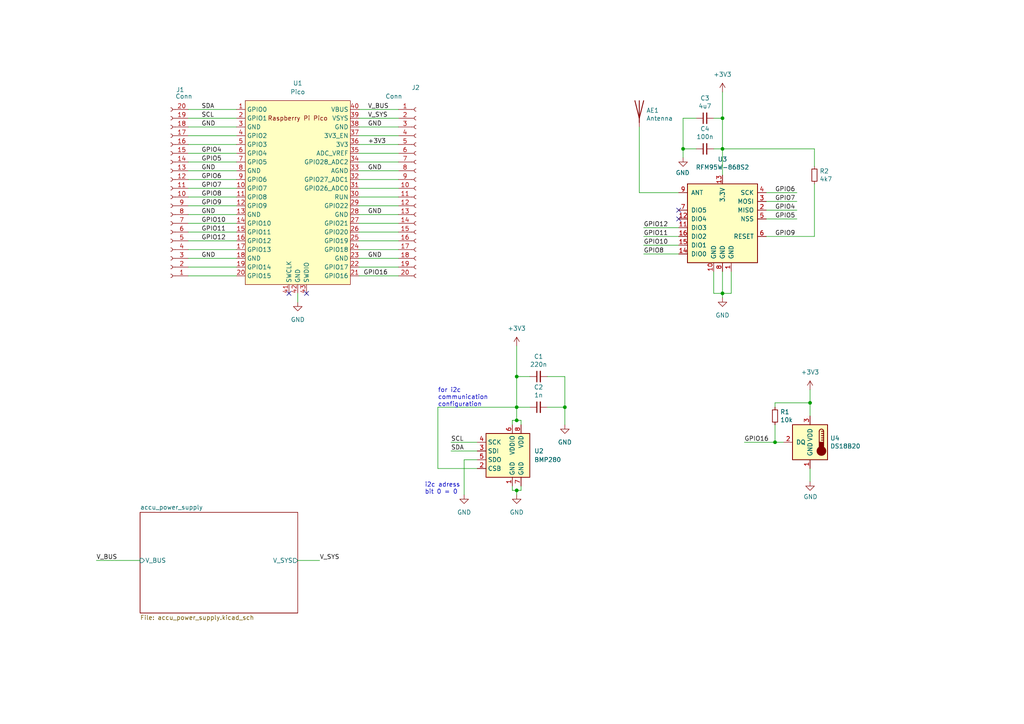
<source format=kicad_sch>
(kicad_sch (version 20211123) (generator eeschema)
  (paper "A4")
  (title_block (title "Raspberry Pi Pico LoRa Node") (date "2022-01-25") (rev "1.1") (company "Cherrytree") (comment 1 "Frank Kirschbaum, Hohenheimer Straße 71A, 70184 Stuttgart") (comment 4 "main sheet"))
  (lib_symbols
    (symbol "Connector:Conn_01x20_Female" (pin_names (offset 1.016) hide)
      (property "Reference" "J" (at 0 25.4 0))
      (property "Value" "Conn_01x20_Female" (at 0 -27.94 0))
      (symbol "Conn_01x20_Female_1_1"
        (arc (start 0 -24.892) (mid -0.508 -25.4) (end 0 -25.908) (stroke (width 0.1524)))
        (arc (start 0 -22.352) (mid -0.508 -22.86) (end 0 -23.368) (stroke (width 0.1524)))
        (arc (start 0 -19.812) (mid -0.508 -20.32) (end 0 -20.828) (stroke (width 0.1524)))
        (arc (start 0 -17.272) (mid -0.508 -17.78) (end 0 -18.288) (stroke (width 0.1524)))
        (arc (start 0 -14.732) (mid -0.508 -15.24) (end 0 -15.748) (stroke (width 0.1524)))
        (arc (start 0 -12.192) (mid -0.508 -12.7) (end 0 -13.208) (stroke (width 0.1524)))
        (arc (start 0 -9.652) (mid -0.508 -10.16) (end 0 -10.668) (stroke (width 0.1524)))
        (arc (start 0 -7.112) (mid -0.508 -7.62) (end 0 -8.128) (stroke (width 0.1524)))
        (arc (start 0 -4.572) (mid -0.508 -5.08) (end 0 -5.588) (stroke (width 0.1524)))
        (arc (start 0 -2.032) (mid -0.508 -2.54) (end 0 -3.048) (stroke (width 0.1524)))
        (polyline (pts (xy -1.27 -25.4) (xy -0.508 -25.4)) (stroke (width 0.1524)))
        (polyline (pts (xy -1.27 -22.86) (xy -0.508 -22.86)) (stroke (width 0.1524)))
        (polyline (pts (xy -1.27 -20.32) (xy -0.508 -20.32)) (stroke (width 0.1524)))
        (polyline (pts (xy -1.27 -17.78) (xy -0.508 -17.78)) (stroke (width 0.1524)))
        (polyline (pts (xy -1.27 -15.24) (xy -0.508 -15.24)) (stroke (width 0.1524)))
        (polyline (pts (xy -1.27 -12.7) (xy -0.508 -12.7)) (stroke (width 0.1524)))
        (polyline (pts (xy -1.27 -10.16) (xy -0.508 -10.16)) (stroke (width 0.1524)))
        (polyline (pts (xy -1.27 -7.62) (xy -0.508 -7.62)) (stroke (width 0.1524)))
        (polyline (pts (xy -1.27 -5.08) (xy -0.508 -5.08)) (stroke (width 0.1524)))
        (polyline (pts (xy -1.27 -2.54) (xy -0.508 -2.54)) (stroke (width 0.1524)))
        (polyline (pts (xy -1.27 0) (xy -0.508 0)) (stroke (width 0.1524)))
        (polyline (pts (xy -1.27 2.54) (xy -0.508 2.54)) (stroke (width 0.1524)))
        (polyline (pts (xy -1.27 5.08) (xy -0.508 5.08)) (stroke (width 0.1524)))
        (polyline (pts (xy -1.27 7.62) (xy -0.508 7.62)) (stroke (width 0.1524)))
        (polyline (pts (xy -1.27 10.16) (xy -0.508 10.16)) (stroke (width 0.1524)))
        (polyline (pts (xy -1.27 12.7) (xy -0.508 12.7)) (stroke (width 0.1524)))
        (polyline (pts (xy -1.27 15.24) (xy -0.508 15.24)) (stroke (width 0.1524)))
        (polyline (pts (xy -1.27 17.78) (xy -0.508 17.78)) (stroke (width 0.1524)))
        (polyline (pts (xy -1.27 20.32) (xy -0.508 20.32)) (stroke (width 0.1524)))
        (polyline (pts (xy -1.27 22.86) (xy -0.508 22.86)) (stroke (width 0.1524)))
        (arc (start 0 0.508) (mid -0.508 0) (end 0 -0.508) (stroke (width 0.1524)))
        (arc (start 0 3.048) (mid -0.508 2.54) (end 0 2.032) (stroke (width 0.1524)))
        (arc (start 0 5.588) (mid -0.508 5.08) (end 0 4.572) (stroke (width 0.1524)))
        (arc (start 0 8.128) (mid -0.508 7.62) (end 0 7.112) (stroke (width 0.1524)))
        (arc (start 0 10.668) (mid -0.508 10.16) (end 0 9.652) (stroke (width 0.1524)))
        (arc (start 0 13.208) (mid -0.508 12.7) (end 0 12.192) (stroke (width 0.1524)))
        (arc (start 0 15.748) (mid -0.508 15.24) (end 0 14.732) (stroke (width 0.1524)))
        (arc (start 0 18.288) (mid -0.508 17.78) (end 0 17.272) (stroke (width 0.1524)))
        (arc (start 0 20.828) (mid -0.508 20.32) (end 0 19.812) (stroke (width 0.1524)))
        (arc (start 0 23.368) (mid -0.508 22.86) (end 0 22.352) (stroke (width 0.1524)))
        (pin passive line (at -5.08 22.86 0) (length 3.81) (name "Pin_1") (number "1"))
        (pin passive line (at -5.08 0 0) (length 3.81) (name "Pin_10") (number "10"))
        (pin passive line (at -5.08 -2.54 0) (length 3.81) (name "Pin_11") (number "11"))
        (pin passive line (at -5.08 -5.08 0) (length 3.81) (name "Pin_12") (number "12"))
        (pin passive line (at -5.08 -7.62 0) (length 3.81) (name "Pin_13") (number "13"))
        (pin passive line (at -5.08 -10.16 0) (length 3.81) (name "Pin_14") (number "14"))
        (pin passive line (at -5.08 -12.7 0) (length 3.81) (name "Pin_15") (number "15"))
        (pin passive line (at -5.08 -15.24 0) (length 3.81) (name "Pin_16") (number "16"))
        (pin passive line (at -5.08 -17.78 0) (length 3.81) (name "Pin_17") (number "17"))
        (pin passive line (at -5.08 -20.32 0) (length 3.81) (name "Pin_18") (number "18"))
        (pin passive line (at -5.08 -22.86 0) (length 3.81) (name "Pin_19") (number "19"))
        (pin passive line (at -5.08 20.32 0) (length 3.81) (name "Pin_2") (number "2"))
        (pin passive line (at -5.08 -25.4 0) (length 3.81) (name "Pin_20") (number "20"))
        (pin passive line (at -5.08 17.78 0) (length 3.81) (name "Pin_3") (number "3"))
        (pin passive line (at -5.08 15.24 0) (length 3.81) (name "Pin_4") (number "4"))
        (pin passive line (at -5.08 12.7 0) (length 3.81) (name "Pin_5") (number "5"))
        (pin passive line (at -5.08 10.16 0) (length 3.81) (name "Pin_6") (number "6"))
        (pin passive line (at -5.08 7.62 0) (length 3.81) (name "Pin_7") (number "7"))
        (pin passive line (at -5.08 5.08 0) (length 3.81) (name "Pin_8") (number "8"))
        (pin passive line (at -5.08 2.54 0) (length 3.81) (name "Pin_9") (number "9"))
      )
    )
    (symbol "Device:Antenna" (pin_numbers hide) (pin_names (offset 1.016) hide)
      (property "Reference" "AE" (at -1.905 1.905 0))
      (property "Value" "Antenna" (at -1.905 0 0))
      (symbol "Antenna_0_1"
        (polyline (pts (xy 0 2.54) (xy 0 -3.81)) (stroke (width 0.254)))
        (polyline (pts (xy 1.27 2.54) (xy 0 -2.54) (xy -1.27 2.54)) (stroke (width 0.254)))
      )
      (symbol "Antenna_1_1"
        (pin input line (at 0 -5.08 90) (length 2.54) (name "A") (number "1"))
      )
    )
    (symbol "Device:C_Small" (pin_numbers hide) (pin_names (offset 0.254) hide)
      (property "Reference" "C" (at 0.254 1.778 0))
      (property "Value" "C_Small" (at 0.254 -2.032 0))
      (symbol "C_Small_0_1"
        (polyline (pts (xy -1.524 -0.508) (xy 1.524 -0.508)) (stroke (width 0.3302)))
        (polyline (pts (xy -1.524 0.508) (xy 1.524 0.508)) (stroke (width 0.3048)))
      )
      (symbol "C_Small_1_1"
        (pin passive line (at 0 2.54 270) (length 2.032) (name "~") (number "1"))
        (pin passive line (at 0 -2.54 90) (length 2.032) (name "~") (number "2"))
      )
    )
    (symbol "Device:R_Small" (pin_numbers hide) (pin_names (offset 0.254) hide)
      (property "Reference" "R" (at 0.762 0.508 0))
      (property "Value" "R_Small" (at 0.762 -1.016 0))
      (symbol "R_Small_0_1"
        (rectangle (start -0.762 1.778) (end 0.762 -1.778) (stroke (width 0.2032)))
      )
      (symbol "R_Small_1_1"
        (pin passive line (at 0 2.54 270) (length 0.762) (name "~") (number "1"))
        (pin passive line (at 0 -2.54 90) (length 0.762) (name "~") (number "2"))
      )
    )
    (symbol "MCU_RaspberryPi_and_Boards:Pico"
      (property "Reference" "U1" (at 0 31.75 0))
      (property "Value" "Pico" (at 0 29.21 0))
      (symbol "Pico_0_0"
        (text "Raspberry Pi Pico" (at 0 21.59 0) (effects (font (size 1.27 1.27))))
      )
      (symbol "Pico_0_1"
        (rectangle (start -15.24 26.67) (end 15.24 -26.67) (fill (type background)))
      )
      (symbol "Pico_1_1"
        (pin bidirectional line (at -17.78 24.13 0) (length 2.54) (name "GPIO0") (number "1"))
        (pin bidirectional line (at -17.78 1.27 0) (length 2.54) (name "GPIO7") (number "10"))
        (pin bidirectional line (at -17.78 -1.27 0) (length 2.54) (name "GPIO8") (number "11"))
        (pin bidirectional line (at -17.78 -3.81 0) (length 2.54) (name "GPIO9") (number "12"))
        (pin power_in line (at -17.78 -6.35 0) (length 2.54) (name "GND") (number "13"))
        (pin bidirectional line (at -17.78 -8.89 0) (length 2.54) (name "GPIO10") (number "14"))
        (pin bidirectional line (at -17.78 -11.43 0) (length 2.54) (name "GPIO11") (number "15"))
        (pin bidirectional line (at -17.78 -13.97 0) (length 2.54) (name "GPIO12") (number "16"))
        (pin bidirectional line (at -17.78 -16.51 0) (length 2.54) (name "GPIO13") (number "17"))
        (pin power_in line (at -17.78 -19.05 0) (length 2.54) (name "GND") (number "18"))
        (pin bidirectional line (at -17.78 -21.59 0) (length 2.54) (name "GPIO14") (number "19"))
        (pin bidirectional line (at -17.78 21.59 0) (length 2.54) (name "GPIO1") (number "2"))
        (pin bidirectional line (at -17.78 -24.13 0) (length 2.54) (name "GPIO15") (number "20"))
        (pin bidirectional line (at 17.78 -24.13 180) (length 2.54) (name "GPIO16") (number "21"))
        (pin bidirectional line (at 17.78 -21.59 180) (length 2.54) (name "GPIO17") (number "22"))
        (pin power_in line (at 17.78 -19.05 180) (length 2.54) (name "GND") (number "23"))
        (pin bidirectional line (at 17.78 -16.51 180) (length 2.54) (name "GPIO18") (number "24"))
        (pin bidirectional line (at 17.78 -13.97 180) (length 2.54) (name "GPIO19") (number "25"))
        (pin bidirectional line (at 17.78 -11.43 180) (length 2.54) (name "GPIO20") (number "26"))
        (pin bidirectional line (at 17.78 -8.89 180) (length 2.54) (name "GPIO21") (number "27"))
        (pin power_in line (at 17.78 -6.35 180) (length 2.54) (name "GND") (number "28"))
        (pin bidirectional line (at 17.78 -3.81 180) (length 2.54) (name "GPIO22") (number "29"))
        (pin power_in line (at -17.78 19.05 0) (length 2.54) (name "GND") (number "3"))
        (pin input line (at 17.78 -1.27 180) (length 2.54) (name "RUN") (number "30"))
        (pin bidirectional line (at 17.78 1.27 180) (length 2.54) (name "GPIO26_ADC0") (number "31"))
        (pin bidirectional line (at 17.78 3.81 180) (length 2.54) (name "GPIO27_ADC1") (number "32"))
        (pin power_in line (at 17.78 6.35 180) (length 2.54) (name "AGND") (number "33"))
        (pin bidirectional line (at 17.78 8.89 180) (length 2.54) (name "GPIO28_ADC2") (number "34"))
        (pin power_in line (at 17.78 11.43 180) (length 2.54) (name "ADC_VREF") (number "35"))
        (pin power_out line (at 17.78 13.97 180) (length 2.54) (name "3V3") (number "36"))
        (pin input line (at 17.78 16.51 180) (length 2.54) (name "3V3_EN") (number "37"))
        (pin power_in line (at 17.78 19.05 180) (length 2.54) (name "GND") (number "38"))
        (pin power_in line (at 17.78 21.59 180) (length 2.54) (name "VSYS") (number "39"))
        (pin bidirectional line (at -17.78 16.51 0) (length 2.54) (name "GPIO2") (number "4"))
        (pin power_in line (at 17.78 24.13 180) (length 2.54) (name "VBUS") (number "40"))
        (pin input line (at -2.54 -29.21 90) (length 2.54) (name "SWCLK") (number "41"))
        (pin power_in line (at 0 -29.21 90) (length 2.54) (name "GND") (number "42"))
        (pin bidirectional line (at 2.54 -29.21 90) (length 2.54) (name "SWDIO") (number "43"))
        (pin bidirectional line (at -17.78 13.97 0) (length 2.54) (name "GPIO3") (number "5"))
        (pin bidirectional line (at -17.78 11.43 0) (length 2.54) (name "GPIO4") (number "6"))
        (pin bidirectional line (at -17.78 8.89 0) (length 2.54) (name "GPIO5") (number "7"))
        (pin power_in line (at -17.78 6.35 0) (length 2.54) (name "GND") (number "8"))
        (pin bidirectional line (at -17.78 3.81 0) (length 2.54) (name "GPIO6") (number "9"))
      )
    )
    (symbol "RF_Module:RFM95W-868S2" (pin_names (offset 1.016))
      (property "Reference" "U" (at -10.414 11.684 0))
      (property "Value" "RFM95W-868S2" (at 1.524 11.43 0))
      (symbol "RFM95W-868S2_0_1"
        (rectangle (start -10.16 10.16) (end 10.16 -12.7) (stroke (width 0.254)) (fill (type background)))
      )
      (symbol "RFM95W-868S2_1_1"
        (pin power_in line (at -2.54 -15.24 90) (length 2.54) (name "GND") (number "1"))
        (pin power_in line (at 2.54 -15.24 90) (length 2.54) (name "GND") (number "10"))
        (pin bidirectional line (at 12.7 -2.54 180) (length 2.54) (name "DIO3") (number "11"))
        (pin bidirectional line (at 12.7 0 180) (length 2.54) (name "DIO4") (number "12"))
        (pin power_in line (at 0 12.7 270) (length 2.54) (name "3.3V") (number "13"))
        (pin bidirectional line (at 12.7 -10.16 180) (length 2.54) (name "DIO0") (number "14"))
        (pin bidirectional line (at 12.7 -7.62 180) (length 2.54) (name "DIO1") (number "15"))
        (pin bidirectional line (at 12.7 -5.08 180) (length 2.54) (name "DIO2") (number "16"))
        (pin output line (at -12.7 2.54 0) (length 2.54) (name "MISO") (number "2"))
        (pin input line (at -12.7 5.08 0) (length 2.54) (name "MOSI") (number "3"))
        (pin input line (at -12.7 7.62 0) (length 2.54) (name "SCK") (number "4"))
        (pin input line (at -12.7 0 0) (length 2.54) (name "NSS") (number "5"))
        (pin bidirectional line (at -12.7 -5.08 0) (length 2.54) (name "RESET") (number "6"))
        (pin bidirectional line (at 12.7 2.54 180) (length 2.54) (name "DIO5") (number "7"))
        (pin power_in line (at 0 -15.24 90) (length 2.54) (name "GND") (number "8"))
        (pin bidirectional line (at 12.7 7.62 180) (length 2.54) (name "ANT") (number "9"))
      )
    )
    (symbol "Sensor_Pressure:BMP280"
      (property "Reference" "U" (at -7.62 10.16 0))
      (property "Value" "BMP280" (at 5.08 10.16 0))
      (symbol "BMP280_0_1"
        (rectangle (start -7.62 -5.08) (end 5.08 7.62) (stroke (width 0.254)) (fill (type background)))
      )
      (symbol "BMP280_1_1"
        (pin power_in line (at 0 -7.62 90) (length 2.54) (name "GND") (number "1"))
        (pin input line (at -10.16 -2.54 0) (length 2.54) (name "CSB") (number "2"))
        (pin bidirectional line (at -10.16 2.54 0) (length 2.54) (name "SDI") (number "3"))
        (pin input line (at -10.16 5.08 0) (length 2.54) (name "SCK") (number "4"))
        (pin bidirectional line (at -10.16 0 0) (length 2.54) (name "SDO") (number "5"))
        (pin power_in line (at 0 10.16 270) (length 2.54) (name "VDDIO") (number "6"))
        (pin power_in line (at 2.54 -7.62 90) (length 2.54) (name "GND") (number "7"))
        (pin power_in line (at 2.54 10.16 270) (length 2.54) (name "VDD") (number "8"))
      )
    )
    (symbol "Sensor_Temperature:DS18B20" (pin_names (offset 1.016))
      (property "Reference" "U" (at -3.81 6.35 0))
      (property "Value" "DS18B20" (at 6.35 6.35 0))
      (symbol "DS18B20_0_1"
        (rectangle (start -5.08 5.08) (end 5.08 -5.08) (stroke (width 0.254)) (fill (type background)))
        (circle (center -3.302 -2.54) (radius 1.27) (stroke (width 0.254)) (fill (type outline)))
        (rectangle (start -2.667 -1.905) (end -3.937 0) (stroke (width 0.254)) (fill (type outline)))
        (arc (start -2.667 3.175) (mid -3.302 3.81) (end -3.937 3.175) (stroke (width 0.254)))
        (polyline (pts (xy -3.937 0.635) (xy -3.302 0.635)) (stroke (width 0.254)))
        (polyline (pts (xy -3.937 1.27) (xy -3.302 1.27)) (stroke (width 0.254)))
        (polyline (pts (xy -3.937 1.905) (xy -3.302 1.905)) (stroke (width 0.254)))
        (polyline (pts (xy -3.937 2.54) (xy -3.302 2.54)) (stroke (width 0.254)))
        (polyline (pts (xy -3.937 3.175) (xy -3.937 0)) (stroke (width 0.254)))
        (polyline (pts (xy -3.937 3.175) (xy -3.302 3.175)) (stroke (width 0.254)))
        (polyline (pts (xy -2.667 3.175) (xy -2.667 0)) (stroke (width 0.254)))
      )
      (symbol "DS18B20_1_1"
        (pin power_in line (at 0 -7.62 90) (length 2.54) (name "GND") (number "1"))
        (pin bidirectional line (at 7.62 0 180) (length 2.54) (name "DQ") (number "2"))
        (pin power_in line (at 0 7.62 270) (length 2.54) (name "VDD") (number "3"))
      )
    )
    (symbol "power:+3V3" (power) (pin_names (offset 0))
      (property "Value" "+3V3" (at 0 3.556 0))
      (symbol "+3V3_0_1"
        (polyline (pts (xy -0.762 1.27) (xy 0 2.54)))
        (polyline (pts (xy 0 0) (xy 0 2.54)))
        (polyline (pts (xy 0 2.54) (xy 0.762 1.27)))
      )
      (symbol "+3V3_1_1"
        (pin power_in line (at 0 0 90) (length 0) hide (name "+3V3") (number "1"))
      )
    )
    (symbol "power:GND" (power) (pin_names (offset 0))
      (property "Value" "GND" (at 0 -3.81 0))
      (symbol "GND_0_1"
        (polyline (pts (xy 0 0) (xy 0 -1.27) (xy 1.27 -1.27) (xy 0 -2.54) (xy -1.27 -1.27) (xy 0 -1.27)))
      )
      (symbol "GND_1_1"
        (pin power_in line (at 0 0 270) (length 0) hide (name "GND") (number "1"))
      )
    )
  )
  (junction (at 149.86 142.24))
  (junction (at 234.95 116.84))
  (junction (at 149.86 121.92))
  (junction (at 209.55 85.09))
  (junction (at 149.86 118.11))
  (junction (at 198.12 43.18))
  (junction (at 209.55 34.29))
  (junction (at 224.79 128.27))
  (junction (at 149.86 109.22))
  (junction (at 209.55 43.18))
  (junction (at 163.83 118.11))
  (no_connect (at 196.85 60.96))
  (no_connect (at 196.85 63.5))
  (no_connect (at 88.9 85.09))
  (no_connect (at 83.82 85.09))
  (wire (pts (xy 222.25 58.42) (xy 231.14 58.42)))
  (wire (pts (xy 134.62 133.35) (xy 138.43 133.35)))
  (wire (pts (xy 196.85 71.12) (xy 186.69 71.12)))
  (wire (pts (xy 104.14 64.77) (xy 115.57 64.77)))
  (wire (pts (xy 54.61 59.69) (xy 68.58 59.69)))
  (wire (pts (xy 104.14 62.23) (xy 115.57 62.23)))
  (wire (pts (xy 148.59 140.97) (xy 148.59 142.24)))
  (wire (pts (xy 236.22 43.18) (xy 236.22 48.26)))
  (wire (pts (xy 149.86 142.24) (xy 151.13 142.24)))
  (wire (pts (xy 54.61 72.39) (xy 68.58 72.39)))
  (wire (pts (xy 104.14 59.69) (xy 115.57 59.69)))
  (wire (pts (xy 224.79 123.19) (xy 224.79 128.27)))
  (wire (pts (xy 104.14 77.47) (xy 115.57 77.47)))
  (wire (pts (xy 104.14 69.85) (xy 115.57 69.85)))
  (wire (pts (xy 198.12 34.29) (xy 198.12 43.18)))
  (wire (pts (xy 222.25 68.58) (xy 236.22 68.58)))
  (wire (pts (xy 148.59 121.92) (xy 149.86 121.92)))
  (wire (pts (xy 104.14 52.07) (xy 115.57 52.07)))
  (wire (pts (xy 104.14 46.99) (xy 115.57 46.99)))
  (wire (pts (xy 222.25 63.5) (xy 231.14 63.5)))
  (wire (pts (xy 54.61 80.01) (xy 68.58 80.01)))
  (wire (pts (xy 104.14 41.91) (xy 115.57 41.91)))
  (wire (pts (xy 224.79 118.11) (xy 224.79 116.84)))
  (wire (pts (xy 149.86 109.22) (xy 153.67 109.22)))
  (wire (pts (xy 104.14 72.39) (xy 115.57 72.39)))
  (wire (pts (xy 127 118.11) (xy 127 135.89)))
  (wire (pts (xy 54.61 74.93) (xy 68.58 74.93)))
  (wire (pts (xy 134.62 133.35) (xy 134.62 143.51)))
  (wire (pts (xy 54.61 54.61) (xy 68.58 54.61)))
  (wire (pts (xy 209.55 34.29) (xy 209.55 43.18)))
  (wire (pts (xy 104.14 54.61) (xy 115.57 54.61)))
  (wire (pts (xy 207.01 85.09) (xy 209.55 85.09)))
  (wire (pts (xy 149.86 118.11) (xy 149.86 121.92)))
  (wire (pts (xy 196.85 68.58) (xy 186.69 68.58)))
  (wire (pts (xy 151.13 140.97) (xy 151.13 142.24)))
  (wire (pts (xy 54.61 44.45) (xy 68.58 44.45)))
  (wire (pts (xy 54.61 36.83) (xy 68.58 36.83)))
  (wire (pts (xy 201.93 43.18) (xy 198.12 43.18)))
  (wire (pts (xy 104.14 67.31) (xy 115.57 67.31)))
  (wire (pts (xy 104.14 34.29) (xy 115.57 34.29)))
  (wire (pts (xy 54.61 39.37) (xy 68.58 39.37)))
  (wire (pts (xy 104.14 36.83) (xy 115.57 36.83)))
  (wire (pts (xy 104.14 57.15) (xy 115.57 57.15)))
  (wire (pts (xy 163.83 109.22) (xy 163.83 118.11)))
  (wire (pts (xy 149.86 142.24) (xy 149.86 143.51)))
  (wire (pts (xy 209.55 26.67) (xy 209.55 34.29)))
  (wire (pts (xy 130.81 128.27) (xy 138.43 128.27)))
  (wire (pts (xy 104.14 31.75) (xy 115.57 31.75)))
  (wire (pts (xy 54.61 62.23) (xy 68.58 62.23)))
  (wire (pts (xy 54.61 31.75) (xy 68.58 31.75)))
  (wire (pts (xy 201.93 34.29) (xy 198.12 34.29)))
  (wire (pts (xy 54.61 77.47) (xy 68.58 77.47)))
  (wire (pts (xy 54.61 46.99) (xy 68.58 46.99)))
  (wire (pts (xy 224.79 116.84) (xy 234.95 116.84)))
  (wire (pts (xy 149.86 121.92) (xy 151.13 121.92)))
  (wire (pts (xy 234.95 113.03) (xy 234.95 116.84)))
  (wire (pts (xy 54.61 67.31) (xy 68.58 67.31)))
  (wire (pts (xy 207.01 43.18) (xy 209.55 43.18)))
  (wire (pts (xy 234.95 135.89) (xy 234.95 139.7)))
  (wire (pts (xy 224.79 128.27) (xy 227.33 128.27)))
  (wire (pts (xy 149.86 109.22) (xy 149.86 118.11)))
  (wire (pts (xy 198.12 43.18) (xy 198.12 45.72)))
  (wire (pts (xy 196.85 55.88) (xy 185.42 55.88)))
  (wire (pts (xy 222.25 55.88) (xy 231.14 55.88)))
  (wire (pts (xy 158.75 118.11) (xy 163.83 118.11)))
  (wire (pts (xy 27.94 162.56) (xy 40.64 162.56)))
  (wire (pts (xy 130.81 130.81) (xy 138.43 130.81)))
  (wire (pts (xy 209.55 43.18) (xy 236.22 43.18)))
  (wire (pts (xy 209.55 85.09) (xy 212.09 85.09)))
  (wire (pts (xy 104.14 49.53) (xy 115.57 49.53)))
  (wire (pts (xy 54.61 69.85) (xy 68.58 69.85)))
  (wire (pts (xy 209.55 85.09) (xy 209.55 86.36)))
  (wire (pts (xy 207.01 78.74) (xy 207.01 85.09)))
  (wire (pts (xy 207.01 34.29) (xy 209.55 34.29)))
  (wire (pts (xy 54.61 64.77) (xy 68.58 64.77)))
  (wire (pts (xy 104.14 39.37) (xy 115.57 39.37)))
  (wire (pts (xy 148.59 142.24) (xy 149.86 142.24)))
  (wire (pts (xy 54.61 41.91) (xy 68.58 41.91)))
  (wire (pts (xy 209.55 78.74) (xy 209.55 85.09)))
  (wire (pts (xy 149.86 118.11) (xy 153.67 118.11)))
  (wire (pts (xy 54.61 52.07) (xy 68.58 52.07)))
  (wire (pts (xy 104.14 44.45) (xy 115.57 44.45)))
  (wire (pts (xy 151.13 121.92) (xy 151.13 123.19)))
  (wire (pts (xy 86.36 162.56) (xy 92.71 162.56)))
  (wire (pts (xy 86.36 85.09) (xy 86.36 87.63)))
  (wire (pts (xy 186.69 73.66) (xy 196.85 73.66)))
  (wire (pts (xy 215.9 128.27) (xy 224.79 128.27)))
  (wire (pts (xy 222.25 60.96) (xy 231.14 60.96)))
  (wire (pts (xy 163.83 118.11) (xy 163.83 123.19)))
  (wire (pts (xy 104.14 74.93) (xy 115.57 74.93)))
  (wire (pts (xy 148.59 123.19) (xy 148.59 121.92)))
  (wire (pts (xy 185.42 55.88) (xy 185.42 36.83)))
  (wire (pts (xy 127 135.89) (xy 138.43 135.89)))
  (wire (pts (xy 209.55 43.18) (xy 209.55 50.8)))
  (wire (pts (xy 149.86 118.11) (xy 127 118.11)))
  (wire (pts (xy 54.61 49.53) (xy 68.58 49.53)))
  (wire (pts (xy 54.61 34.29) (xy 68.58 34.29)))
  (wire (pts (xy 158.75 109.22) (xy 163.83 109.22)))
  (wire (pts (xy 186.69 66.04) (xy 196.85 66.04)))
  (wire (pts (xy 212.09 85.09) (xy 212.09 78.74)))
  (wire (pts (xy 149.86 100.33) (xy 149.86 109.22)))
  (wire (pts (xy 234.95 116.84) (xy 234.95 120.65)))
  (wire (pts (xy 236.22 53.34) (xy 236.22 68.58)))
  (wire (pts (xy 54.61 57.15) (xy 68.58 57.15)))
  (wire (pts (xy 104.14 80.01) (xy 115.57 80.01)))
  (text "for i2c \ncommunication\nconfiguration" (at 127 118.11 0) (effects (font (size 1.27 1.27)) (justify left bottom)))
  (text "i2c adress \nbit 0 = 0" (at 123.19 143.51 0) (effects (font (size 1.27 1.27)) (justify left bottom)))
  (label "GND" (at 106.68 36.83 0))
  (label "GND" (at 106.68 74.93 0))
  (label "V_SYS" (at 92.71 162.56 0))
  (label "V_BUS" (at 27.94 162.56 0))
  (label "GPIO8" (at 186.69 73.66 0))
  (label "GPIO4" (at 58.42 44.45 0))
  (label "GPIO10" (at 58.42 64.77 0))
  (label "GPIO11" (at 58.42 67.31 0))
  (label "+3V3" (at 106.68 41.91 0))
  (label "GND" (at 106.68 49.53 0))
  (label "V_BUS" (at 106.68 31.75 0))
  (label "GND" (at 58.42 49.53 0))
  (label "GPIO5" (at 224.79 63.5 0))
  (label "GPIO10" (at 186.69 71.12 0))
  (label "GPIO5" (at 58.42 46.99 0))
  (label "GPIO12" (at 58.42 69.85 0))
  (label "GPIO6" (at 58.42 52.07 0))
  (label "GPIO12" (at 186.69 66.04 0))
  (label "SCL" (at 58.42 34.29 0))
  (label "SDA" (at 58.42 31.75 0))
  (label "GPIO7" (at 58.42 54.61 0))
  (label "GPIO16" (at 215.9 128.27 0))
  (label "SCL" (at 130.81 128.27 0))
  (label "GND" (at 58.42 74.93 0))
  (label "V_SYS" (at 106.68 34.29 0))
  (label "GND" (at 58.42 62.23 0))
  (label "GPIO16" (at 105.41 80.01 0))
  (label "GPIO4" (at 224.79 60.96 0))
  (label "GPIO9" (at 58.42 59.69 0))
  (label "GPIO6" (at 224.79 55.88 0))
  (label "GND" (at 58.42 36.83 0))
  (label "GPIO11" (at 186.69 68.58 0))
  (label "GPIO8" (at 58.42 57.15 0))
  (label "SDA" (at 130.81 130.81 0))
  (label "GPIO9" (at 224.79 68.58 0))
  (label "GPIO7" (at 224.79 58.42 0))
  (label "GND" (at 106.68 62.23 0))
  (symbol (lib_id "RF_Module:RFM95W-868S2") (at 209.55 63.5 0) (mirror y) (unit 1)
    (property "Reference" "U3" (at 209.55 46.2026 0))
    (property "Value" "RFM95W-868S2" (at 209.55 48.514 0))
    (property "Footprint" "RF_Module:HOPERF_RFM9XW_SMD" (effects hide))
    (property "Datasheet" "https://www.hoperf.com/data/upload/portal/20181127/5bfcbea20e9ef.pdf" (effects hide))
  )
  (symbol (lib_id "Device:Antenna") (at 185.42 31.75 0) (unit 1)
    (property "Reference" "AE1" (at 187.452 32.0294 0) (effects (justify left)))
    (property "Value" "Antenna" (at 187.452 34.3408 0) (effects (justify left)))
    (property "Footprint" "Connector_PinHeader_2.54mm:PinHeader_1x01_P2.54mm_Vertical" (effects hide))
  )
  (symbol (lib_id "Sensor_Temperature:DS18B20") (at 234.95 128.27 0) (mirror y) (unit 1)
    (property "Reference" "U4" (at 240.792 127.1016 0) (effects (justify right)))
    (property "Value" "DS18B20" (at 240.792 129.413 0) (effects (justify right)))
    (property "Footprint" "Package_TO_SOT_THT:TO-92_Inline" (effects hide))
    (property "Datasheet" "http://datasheets.maximintegrated.com/en/ds/DS18B20.pdf" (effects hide))
  )
  (symbol (lib_id "power:GND") (at 234.95 139.7 0) (unit 1)
    (property "Reference" "#PWR010" (effects hide))
    (property "Value" "GND" (at 235.077 144.0942 0))
  )
  (symbol (lib_id "Device:R_Small") (at 224.79 120.65 0) (unit 1)
    (property "Reference" "R1" (at 226.2886 119.4816 0) (effects (justify left)))
    (property "Value" "10k" (at 226.2886 121.793 0) (effects (justify left)))
    (property "Footprint" "Resistor_SMD:R_0805_2012Metric_Pad1.20x1.40mm_HandSolder" (effects hide))
  )
  (symbol (lib_id "Device:R_Small") (at 236.22 50.8 0) (unit 1)
    (property "Reference" "R2" (at 237.7186 49.6316 0) (effects (justify left)))
    (property "Value" "4k7" (at 237.7186 51.943 0) (effects (justify left)))
    (property "Footprint" "Resistor_SMD:R_0805_2012Metric_Pad1.20x1.40mm_HandSolder" (effects hide))
  )
  (symbol (lib_id "Connector:Conn_01x20_Female") (at 49.53 57.15 180) (unit 1)
    (property "Reference" "J1" (at 52.2732 26.035 0))
    (property "Value" "Conn" (at 53.34 27.94 0))
    (property "Footprint" "Connector_PinSocket_2.54mm:PinSocket_1x20_P2.54mm_Vertical" (effects hide))
  )
  (symbol (lib_id "Connector:Conn_01x20_Female") (at 120.65 54.61 0) (unit 1)
    (property "Reference" "J2" (at 119.38 25.4 0) (effects (justify left)))
    (property "Value" "Conn" (at 111.76 27.94 0) (effects (justify left)))
    (property "Footprint" "Connector_PinSocket_2.54mm:PinSocket_1x20_P2.54mm_Vertical" (effects hide))
  )
  (symbol (lib_id "Device:C_Small") (at 204.47 34.29 90) (mirror x) (unit 1)
    (property "Reference" "C3" (at 204.47 28.4734 90))
    (property "Value" "4u7" (at 204.47 30.7848 90))
    (property "Footprint" "Capacitor_SMD:C_0805_2012Metric_Pad1.18x1.45mm_HandSolder" (effects hide))
  )
  (symbol (lib_id "Device:C_Small") (at 204.47 43.18 90) (mirror x) (unit 1)
    (property "Reference" "C4" (at 204.47 37.3634 90))
    (property "Value" "100n" (at 204.47 39.6748 90))
    (property "Footprint" "Capacitor_SMD:C_0805_2012Metric_Pad1.18x1.45mm_HandSolder" (effects hide))
  )
  (symbol (lib_id "power:GND") (at 198.12 45.72 0) (mirror y) (unit 1)
    (property "Reference" "#PWR06" (effects hide))
    (property "Value" "GND" (at 197.993 50.1142 0))
  )
  (symbol (lib_id "power:+3V3") (at 234.95 113.03 0) (unit 1)
    (property "Reference" "#PWR09" (effects hide))
    (property "Value" "+3V3" (at 234.95 107.95 0))
  )
  (symbol (lib_id "Device:C_Small") (at 156.21 109.22 90) (mirror x) (unit 1)
    (property "Reference" "C1" (at 156.21 103.4034 90))
    (property "Value" "220n" (at 156.21 105.7148 90))
    (property "Footprint" "Capacitor_SMD:C_0805_2012Metric_Pad1.18x1.45mm_HandSolder" (effects hide))
  )
  (symbol (lib_id "power:+3V3") (at 209.55 26.67 0) (unit 1)
    (property "Reference" "#PWR07" (effects hide))
    (property "Value" "+3V3" (at 209.55 21.59 0))
  )
  (symbol (lib_id "power:GND") (at 163.83 123.19 0) (unit 1)
    (property "Reference" "#PWR05" (effects hide))
    (property "Value" "GND" (at 163.83 128.27 0))
  )
  (symbol (lib_id "power:GND") (at 149.86 143.51 0) (unit 1)
    (property "Reference" "#PWR04" (effects hide))
    (property "Value" "GND" (at 149.86 148.59 0))
  )
  (symbol (lib_id "power:GND") (at 134.62 143.51 0) (unit 1)
    (property "Reference" "#PWR02" (effects hide))
    (property "Value" "GND" (at 134.62 148.59 0))
  )
  (symbol (lib_id "MCU_RaspberryPi_and_Boards:Pico") (at 86.36 55.88 0) (unit 1)
    (property "Reference" "U1" (at 86.36 24.13 0))
    (property "Value" "Pico" (at 86.36 26.67 0))
    (property "Footprint" "RPi_Pico:RPi_Pico_SMD_TH" (effects hide))
  )
  (symbol (lib_id "power:GND") (at 209.55 86.36 0) (unit 1)
    (property "Reference" "#PWR08" (effects hide))
    (property "Value" "GND" (at 209.55 91.44 0))
  )
  (symbol (lib_id "power:GND") (at 86.36 87.63 0) (unit 1)
    (property "Reference" "#PWR01" (effects hide))
    (property "Value" "GND" (at 86.36 92.71 0))
  )
  (symbol (lib_id "Sensor_Pressure:BMP280") (at 148.59 133.35 0) (unit 1)
    (property "Reference" "U2" (at 154.94 130.8099 0) (effects (justify left)))
    (property "Value" "BMP280" (at 154.94 133.3499 0) (effects (justify left)))
    (property "Footprint" "Package_LGA:Bosch_LGA-8_2x2.5mm_P0.65mm_ClockwisePinNumbering" (effects hide))
    (property "Datasheet" "https://ae-bst.resource.bosch.com/media/_tech/media/datasheets/BST-BMP280-DS001.pdf" (effects hide))
  )
  (symbol (lib_id "power:+3V3") (at 149.86 100.33 0) (unit 1)
    (property "Reference" "#PWR03" (effects hide))
    (property "Value" "+3V3" (at 149.86 95.25 0))
  )
  (symbol (lib_id "Device:C_Small") (at 156.21 118.11 90) (mirror x) (unit 1)
    (property "Reference" "C2" (at 156.21 112.2934 90))
    (property "Value" "1n" (at 156.21 114.6048 90))
    (property "Footprint" "Capacitor_SMD:C_0805_2012Metric_Pad1.18x1.45mm_HandSolder" (effects hide))
  )
  (sheet (at 40.64 148.59) (size 45.72 29.21) (stroke (width 0.1524))
    (property "Sheet name" "accu_power_supply" (at 40.64 147.8784 0) (effects (justify left bottom)))
    (property "Sheet file" "accu_power_supply.kicad_sch" (at 40.64 178.3846 0) (effects (justify left top)))
    (pin "V_SYS" output (at 86.36 162.56 0))
    (pin "V_BUS" input (at 40.64 162.56 180))
  )
)
</source>
